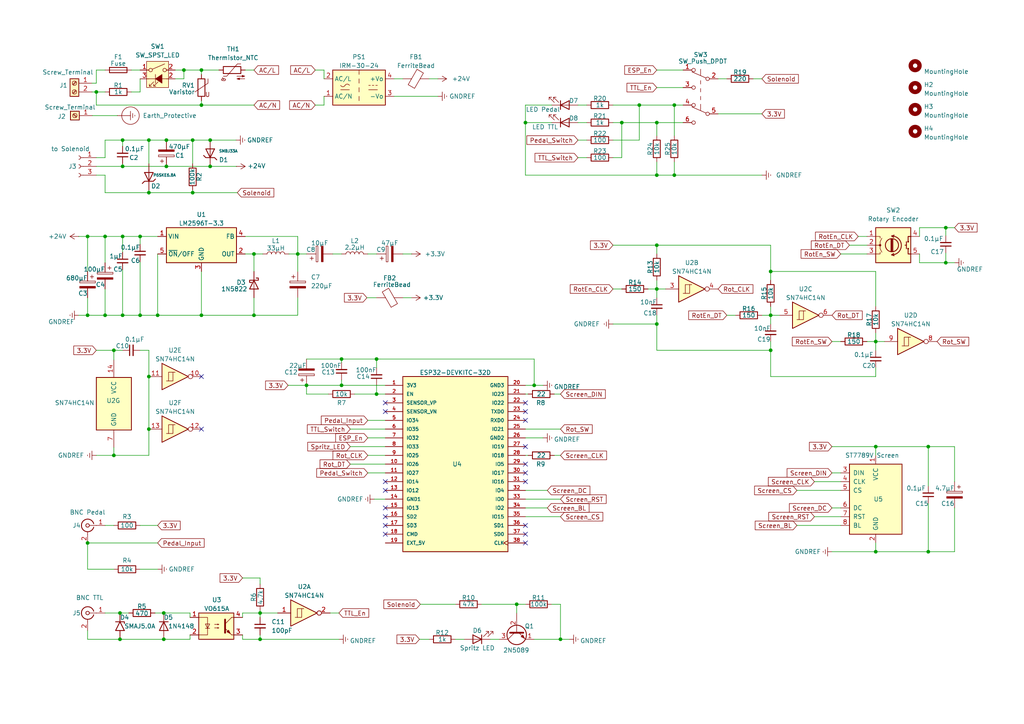
<source format=kicad_sch>
(kicad_sch (version 20250114) (generator "eeschema") (generator_version "9.0")
  (paper "A4")
  (junction (at 223.52 101.6))
  (junction (at 60.96 40.64))
  (junction (at 149.86 175.26))
  (junction (at 35.56 40.64))
  (junction (at 254 129.54))
  (junction (at 190.5 83.82))
  (junction (at 274.32 66.04))
  (junction (at 25.4 91.44))
  (junction (at 195.58 50.8))
  (junction (at 30.48 91.44))
  (junction (at 33.02 132.08))
  (junction (at 75.438 185.42))
  (junction (at 30.48 68.58))
  (junction (at 48.26 48.26))
  (junction (at 35.56 48.26))
  (junction (at 43.18 55.88))
  (junction (at 73.66 73.66))
  (junction (at 223.52 91.44))
  (junction (at 86.36 73.66))
  (junction (at 152.4 35.56))
  (junction (at 109.22 114.3))
  (junction (at 43.18 109.22))
  (junction (at 109.22 104.14))
  (junction (at 55.88 40.64))
  (junction (at 27.94 26.67))
  (junction (at 162.56 185.42))
  (junction (at 73.66 91.44))
  (junction (at 34.798 185.42))
  (junction (at 180.34 35.56))
  (junction (at 254 99.06))
  (junction (at 35.56 68.58))
  (junction (at 33.02 101.6))
  (junction (at 269.24 129.54))
  (junction (at 40.64 91.44))
  (junction (at 254 160.02))
  (junction (at 190.5 71.12))
  (junction (at 190.5 93.98))
  (junction (at 99.06 111.76))
  (junction (at 47.498 185.42))
  (junction (at 60.96 48.26))
  (junction (at 190.5 50.8))
  (junction (at 269.24 160.02))
  (junction (at 58.42 91.44))
  (junction (at 154.94 111.76))
  (junction (at 75.438 177.8))
  (junction (at 53.34 20.32))
  (junction (at 99.06 104.14))
  (junction (at 48.26 40.64))
  (junction (at 58.42 30.48))
  (junction (at 25.4 68.58))
  (junction (at 55.88 55.88))
  (junction (at 34.798 177.8))
  (junction (at 25.4 157.48))
  (junction (at 185.42 30.48))
  (junction (at 88.9 111.76))
  (junction (at 58.42 20.32))
  (junction (at 43.18 124.46))
  (junction (at 190.5 35.56))
  (junction (at 35.56 91.44))
  (junction (at 45.72 91.44))
  (junction (at 195.58 30.48))
  (junction (at 43.18 40.64))
  (junction (at 40.64 68.58))
  (junction (at 274.32 76.2))
  (junction (at 223.52 78.74))
  (junction (at 47.498 177.8))
  (no_connect (at 111.76 119.38))
  (no_connect (at 152.4 121.92))
  (no_connect (at 111.76 147.32))
  (no_connect (at 152.4 134.62))
  (no_connect (at 152.4 137.16))
  (no_connect (at 152.4 157.48))
  (no_connect (at 111.76 139.7))
  (no_connect (at 111.76 116.84))
  (no_connect (at 152.4 152.4))
  (no_connect (at 152.4 139.7))
  (no_connect (at 111.76 149.86))
  (no_connect (at 152.4 129.54))
  (no_connect (at 58.42 124.46))
  (no_connect (at 111.76 154.94))
  (no_connect (at 111.76 152.4))
  (no_connect (at 111.76 142.24))
  (no_connect (at 152.4 116.84))
  (no_connect (at 152.4 154.94))
  (no_connect (at 152.4 119.38))
  (no_connect (at 58.42 109.22))
  (wire (pts (xy 243.84 99.06) (xy 241.3 99.06)))
  (wire (pts (xy 58.42 21.59) (xy 58.42 20.32)))
  (wire (pts (xy 106.68 121.92) (xy 111.76 121.92)))
  (wire (pts (xy 220.98 91.44) (xy 223.52 91.44)))
  (wire (pts (xy 88.9 111.76) (xy 88.9 114.3)))
  (wire (pts (xy 99.06 105.156) (xy 99.06 104.14)))
  (wire (pts (xy 30.48 68.58) (xy 35.56 68.58)))
  (wire (pts (xy 254 106.68) (xy 254 109.22)))
  (wire (pts (xy 30.48 177.8) (xy 34.798 177.8)))
  (wire (pts (xy 266.7 76.2) (xy 274.32 76.2)))
  (wire (pts (xy 30.48 50.8) (xy 27.94 50.8)))
  (wire (pts (xy 241.3 129.54) (xy 254 129.54)))
  (wire (pts (xy 106.68 127) (xy 111.76 127)))
  (wire (pts (xy 254 101.6) (xy 254 99.06)))
  (wire (pts (xy 30.48 83.82) (xy 30.48 91.44)))
  (wire (pts (xy 75.438 177.8) (xy 70.358 177.8)))
  (wire (pts (xy 190.5 39.37) (xy 190.5 35.56)))
  (wire (pts (xy 241.3 147.32) (xy 243.84 147.32)))
  (wire (pts (xy 195.58 46.99) (xy 195.58 50.8)))
  (wire (pts (xy 269.24 160.02) (xy 269.24 146.05)))
  (wire (pts (xy 220.98 22.86) (xy 218.44 22.86)))
  (wire (pts (xy 223.52 93.98) (xy 223.52 91.44)))
  (wire (pts (xy 47.498 177.8) (xy 55.118 177.8)))
  (wire (pts (xy 43.18 101.6) (xy 43.18 109.22)))
  (wire (pts (xy 68.834 55.88) (xy 55.88 55.88)))
  (wire (pts (xy 109.22 73.66) (xy 106.68 73.66)))
  (wire (pts (xy 167.64 40.64) (xy 170.18 40.64)))
  (wire (pts (xy 152.4 35.56) (xy 160.02 35.56)))
  (wire (pts (xy 127 22.86) (xy 124.46 22.86)))
  (wire (pts (xy 40.64 26.67) (xy 38.1 26.67)))
  (wire (pts (xy 162.56 185.42) (xy 165.1 185.42)))
  (wire (pts (xy 190.5 25.4) (xy 198.12 25.4)))
  (wire (pts (xy 40.64 20.32) (xy 38.1 20.32)))
  (wire (pts (xy 160.02 175.26) (xy 162.56 175.26)))
  (wire (pts (xy 33.02 101.6) (xy 33.02 104.394)))
  (wire (pts (xy 114.3 27.94) (xy 127 27.94)))
  (wire (pts (xy 116.84 22.86) (xy 114.3 22.86)))
  (wire (pts (xy 27.94 30.48) (xy 27.94 26.67)))
  (wire (pts (xy 152.4 50.8) (xy 190.5 50.8)))
  (wire (pts (xy 190.5 86.36) (xy 190.5 83.82)))
  (wire (pts (xy 33.02 101.6) (xy 35.56 101.6)))
  (wire (pts (xy 53.34 20.32) (xy 58.42 20.32)))
  (wire (pts (xy 25.4 157.48) (xy 25.4 165.1)))
  (wire (pts (xy 44.958 177.8) (xy 47.498 177.8)))
  (wire (pts (xy 25.4 86.36) (xy 25.4 91.44)))
  (wire (pts (xy 274.32 76.2) (xy 274.32 73.406)))
  (wire (pts (xy 152.4 144.78) (xy 162.56 144.78)))
  (wire (pts (xy 27.94 26.67) (xy 30.48 26.67)))
  (wire (pts (xy 30.48 91.44) (xy 35.56 91.44)))
  (wire (pts (xy 93.98 30.48) (xy 93.98 27.94)))
  (wire (pts (xy 109.22 86.36) (xy 106.426 86.36)))
  (wire (pts (xy 213.36 91.44) (xy 210.82 91.44)))
  (wire (pts (xy 30.48 45.72) (xy 27.94 45.72)))
  (wire (pts (xy 152.4 30.48) (xy 152.4 35.56)))
  (wire (pts (xy 55.88 40.64) (xy 48.26 40.64)))
  (wire (pts (xy 190.5 71.12) (xy 223.52 71.12)))
  (wire (pts (xy 167.64 45.72) (xy 170.18 45.72)))
  (wire (pts (xy 99.06 111.76) (xy 111.76 111.76)))
  (wire (pts (xy 58.42 29.21) (xy 58.42 30.48)))
  (wire (pts (xy 25.4 68.58) (xy 22.86 68.58)))
  (wire (pts (xy 177.8 35.56) (xy 180.34 35.56)))
  (wire (pts (xy 276.86 129.54) (xy 276.86 139.7)))
  (wire (pts (xy 177.8 30.48) (xy 185.42 30.48)))
  (wire (pts (xy 152.4 149.86) (xy 162.56 149.86)))
  (wire (pts (xy 45.72 73.66) (xy 45.72 91.44)))
  (wire (pts (xy 35.56 40.64) (xy 30.48 40.64)))
  (wire (pts (xy 195.58 39.37) (xy 195.58 30.48)))
  (wire (pts (xy 185.42 30.48) (xy 185.42 40.64)))
  (wire (pts (xy 86.36 73.66) (xy 83.82 73.66)))
  (wire (pts (xy 60.96 40.64) (xy 55.88 40.64)))
  (wire (pts (xy 70.358 167.64) (xy 75.438 167.64)))
  (wire (pts (xy 26.797 33.528) (xy 34.036 33.528)))
  (wire (pts (xy 149.86 175.26) (xy 152.4 175.26)))
  (wire (pts (xy 88.9 104.14) (xy 99.06 104.14)))
  (wire (pts (xy 154.94 185.42) (xy 162.56 185.42)))
  (wire (pts (xy 177.8 40.64) (xy 185.42 40.64)))
  (wire (pts (xy 236.22 139.7) (xy 243.84 139.7)))
  (wire (pts (xy 25.4 68.58) (xy 25.4 78.74)))
  (wire (pts (xy 35.56 68.58) (xy 35.56 73.152)))
  (wire (pts (xy 134.62 185.42) (xy 132.08 185.42)))
  (wire (pts (xy 34.798 177.8) (xy 37.338 177.8)))
  (wire (pts (xy 223.52 78.74) (xy 223.52 81.28)))
  (wire (pts (xy 50.8 20.32) (xy 53.34 20.32)))
  (wire (pts (xy 27.94 101.6) (xy 33.02 101.6)))
  (wire (pts (xy 75.438 167.64) (xy 75.438 169.418)))
  (wire (pts (xy 208.28 33.02) (xy 220.98 33.02)))
  (wire (pts (xy 75.438 185.42) (xy 98.298 185.42)))
  (wire (pts (xy 223.52 88.9) (xy 223.52 91.44)))
  (wire (pts (xy 254 99.06) (xy 256.54 99.06)))
  (wire (pts (xy 254 129.54) (xy 254 132.08)))
  (wire (pts (xy 243.84 73.66) (xy 251.46 73.66)))
  (wire (pts (xy 68.58 48.26) (xy 60.96 48.26)))
  (wire (pts (xy 254 129.54) (xy 269.24 129.54)))
  (wire (pts (xy 75.438 177.8) (xy 80.518 177.8)))
  (wire (pts (xy 152.4 114.3) (xy 153.162 114.3)))
  (wire (pts (xy 58.42 78.74) (xy 58.42 91.44)))
  (wire (pts (xy 48.26 40.64) (xy 43.18 40.64)))
  (wire (pts (xy 266.7 66.04) (xy 274.32 66.04)))
  (wire (pts (xy 274.32 66.04) (xy 276.86 66.04)))
  (wire (pts (xy 190.5 71.12) (xy 190.5 73.66)))
  (wire (pts (xy 269.24 129.54) (xy 276.86 129.54)))
  (wire (pts (xy 50.8 22.86) (xy 53.34 22.86)))
  (wire (pts (xy 152.4 132.08) (xy 153.162 132.08)))
  (wire (pts (xy 45.72 152.4) (xy 40.64 152.4)))
  (wire (pts (xy 58.42 91.44) (xy 73.66 91.44)))
  (wire (pts (xy 276.86 160.02) (xy 276.86 147.32)))
  (wire (pts (xy 167.64 30.48) (xy 170.18 30.48)))
  (wire (pts (xy 40.64 101.6) (xy 43.18 101.6)))
  (wire (pts (xy 152.4 127) (xy 157.48 127)))
  (wire (pts (xy 73.66 86.36) (xy 73.66 91.44)))
  (wire (pts (xy 190.5 83.82) (xy 193.04 83.82)))
  (wire (pts (xy 43.18 109.22) (xy 43.18 124.46)))
  (wire (pts (xy 236.22 149.86) (xy 243.84 149.86)))
  (wire (pts (xy 160.782 114.3) (xy 162.56 114.3)))
  (wire (pts (xy 190.5 101.6) (xy 190.5 93.98)))
  (wire (pts (xy 30.48 55.88) (xy 30.48 50.8)))
  (wire (pts (xy 25.4 165.1) (xy 33.02 165.1)))
  (wire (pts (xy 70.358 185.42) (xy 75.438 185.42)))
  (wire (pts (xy 109.22 114.3) (xy 111.76 114.3)))
  (wire (pts (xy 241.3 137.16) (xy 243.84 137.16)))
  (wire (pts (xy 223.52 78.74) (xy 254 78.74)))
  (wire (pts (xy 190.5 93.98) (xy 190.5 91.44)))
  (wire (pts (xy 144.78 185.42) (xy 142.24 185.42)))
  (wire (pts (xy 86.36 73.66) (xy 86.36 78.74)))
  (wire (pts (xy 35.56 91.44) (xy 40.64 91.44)))
  (wire (pts (xy 45.72 91.44) (xy 58.42 91.44)))
  (wire (pts (xy 40.64 68.58) (xy 45.72 68.58)))
  (wire (pts (xy 43.18 40.64) (xy 35.56 40.64)))
  (wire (pts (xy 177.8 71.12) (xy 190.5 71.12)))
  (wire (pts (xy 30.48 20.32) (xy 27.94 20.32)))
  (wire (pts (xy 43.18 55.88) (xy 43.18 55.118)))
  (wire (pts (xy 162.56 175.26) (xy 162.56 185.42)))
  (wire (pts (xy 70.358 184.15) (xy 70.358 185.42)))
  (wire (pts (xy 152.4 147.32) (xy 158.75 147.32)))
  (wire (pts (xy 180.34 35.56) (xy 180.34 45.72)))
  (wire (pts (xy 27.94 20.32) (xy 27.94 24.13)))
  (wire (pts (xy 75.438 177.038) (xy 75.438 177.8)))
  (wire (pts (xy 220.98 50.8) (xy 195.58 50.8)))
  (wire (pts (xy 71.12 20.32) (xy 73.66 20.32)))
  (wire (pts (xy 88.9 73.66) (xy 86.36 73.66)))
  (wire (pts (xy 152.4 35.56) (xy 152.4 50.8)))
  (wire (pts (xy 86.36 68.58) (xy 86.36 73.66)))
  (wire (pts (xy 58.42 30.48) (xy 73.66 30.48)))
  (wire (pts (xy 254 78.74) (xy 254 88.9)))
  (wire (pts (xy 88.9 111.76) (xy 83.566 111.76)))
  (wire (pts (xy 71.12 68.58) (xy 86.36 68.58)))
  (wire (pts (xy 73.66 73.66) (xy 73.66 78.74)))
  (wire (pts (xy 167.64 35.56) (xy 170.18 35.56)))
  (wire (pts (xy 43.18 55.88) (xy 30.48 55.88)))
  (wire (pts (xy 274.32 76.2) (xy 276.86 76.2)))
  (wire (pts (xy 223.52 99.06) (xy 223.52 101.6)))
  (wire (pts (xy 108.585 144.78) (xy 111.76 144.78)))
  (wire (pts (xy 91.44 20.32) (xy 93.98 20.32)))
  (wire (pts (xy 152.4 30.48) (xy 160.02 30.48)))
  (wire (pts (xy 33.02 152.4) (xy 30.48 152.4)))
  (wire (pts (xy 195.58 30.48) (xy 198.12 30.48)))
  (wire (pts (xy 154.94 104.14) (xy 154.94 111.76)))
  (wire (pts (xy 109.22 104.14) (xy 154.94 104.14)))
  (wire (pts (xy 101.6 124.46) (xy 111.76 124.46)))
  (wire (pts (xy 119.38 73.66) (xy 116.84 73.66)))
  (wire (pts (xy 99.06 104.14) (xy 109.22 104.14)))
  (wire (pts (xy 190.5 35.56) (xy 198.12 35.56)))
  (wire (pts (xy 109.22 111.76) (xy 109.22 114.3)))
  (wire (pts (xy 254 96.52) (xy 254 99.06)))
  (wire (pts (xy 208.28 22.86) (xy 210.82 22.86)))
  (wire (pts (xy 91.44 30.48) (xy 93.98 30.48)))
  (wire (pts (xy 55.118 179.07) (xy 55.118 177.8)))
  (wire (pts (xy 190.5 20.32) (xy 198.12 20.32)))
  (wire (pts (xy 152.4 124.46) (xy 162.56 124.46)))
  (wire (pts (xy 223.52 71.12) (xy 223.52 78.74)))
  (wire (pts (xy 180.34 83.82) (xy 177.8 83.82)))
  (wire (pts (xy 266.7 66.04) (xy 266.7 68.58)))
  (wire (pts (xy 190.5 50.8) (xy 195.58 50.8)))
  (wire (pts (xy 43.18 47.498) (xy 43.18 40.64)))
  (wire (pts (xy 231.14 152.4) (xy 243.84 152.4)))
  (wire (pts (xy 152.4 142.24) (xy 158.75 142.24)))
  (wire (pts (xy 60.96 48.26) (xy 48.26 48.26)))
  (wire (pts (xy 25.4 91.44) (xy 30.48 91.44)))
  (wire (pts (xy 27.94 24.13) (xy 26.67 24.13)))
  (wire (pts (xy 190.5 46.99) (xy 190.5 50.8)))
  (wire (pts (xy 71.12 73.66) (xy 73.66 73.66)))
  (wire (pts (xy 99.06 110.236) (xy 99.06 111.76)))
  (wire (pts (xy 25.4 68.58) (xy 30.48 68.58)))
  (wire (pts (xy 101.6 129.54) (xy 111.76 129.54)))
  (wire (pts (xy 22.86 91.44) (xy 25.4 91.44)))
  (wire (pts (xy 254 160.02) (xy 269.24 160.02)))
  (wire (pts (xy 185.42 30.48) (xy 195.58 30.48)))
  (wire (pts (xy 25.4 182.88) (xy 25.4 185.42)))
  (wire (pts (xy 177.8 45.72) (xy 180.34 45.72)))
  (wire (pts (xy 86.36 91.44) (xy 73.66 91.44)))
  (wire (pts (xy 33.02 129.794) (xy 33.02 132.08)))
  (wire (pts (xy 75.438 184.15) (xy 75.438 185.42)))
  (wire (pts (xy 96.52 73.66) (xy 99.06 73.66)))
  (wire (pts (xy 53.34 22.86) (xy 53.34 20.32)))
  (wire (pts (xy 95.758 177.8) (xy 98.298 177.8)))
  (wire (pts (xy 132.08 175.26) (xy 121.92 175.26)))
  (wire (pts (xy 266.7 76.2) (xy 266.7 73.66)))
  (wire (pts (xy 68.453 40.64) (xy 60.96 40.64)))
  (wire (pts (xy 75.438 177.8) (xy 75.438 179.07)))
  (wire (pts (xy 26.67 26.67) (xy 27.94 26.67)))
  (wire (pts (xy 269.24 160.02) (xy 276.86 160.02)))
  (wire (pts (xy 47.498 185.42) (xy 55.118 185.42)))
  (wire (pts (xy 251.46 99.06) (xy 254 99.06)))
  (wire (pts (xy 30.48 40.64) (xy 30.48 45.72)))
  (wire (pts (xy 190.5 81.28) (xy 190.5 83.82)))
  (wire (pts (xy 73.66 73.66) (xy 76.2 73.66)))
  (wire (pts (xy 248.92 68.58) (xy 251.46 68.58)))
  (wire (pts (xy 139.7 175.26) (xy 149.86 175.26)))
  (wire (pts (xy 27.94 132.08) (xy 33.02 132.08)))
  (wire (pts (xy 101.6 134.62) (xy 111.76 134.62)))
  (wire (pts (xy 241.3 160.02) (xy 254 160.02)))
  (wire (pts (xy 25.4 185.42) (xy 34.798 185.42)))
  (wire (pts (xy 30.48 68.58) (xy 30.48 76.2)))
  (wire (pts (xy 55.88 47.498) (xy 55.88 40.64)))
  (wire (pts (xy 88.9 111.76) (xy 99.06 111.76)))
  (wire (pts (xy 27.94 30.48) (xy 58.42 30.48)))
  (wire (pts (xy 88.9 114.3) (xy 95.25 114.3)))
  (wire (pts (xy 55.88 55.88) (xy 55.88 55.118)))
  (wire (pts (xy 149.86 175.26) (xy 149.86 177.8)))
  (wire (pts (xy 34.798 185.42) (xy 47.498 185.42)))
  (wire (pts (xy 35.56 48.26) (xy 27.94 48.26)))
  (wire (pts (xy 180.34 35.56) (xy 190.5 35.56)))
  (wire (pts (xy 102.87 114.3) (xy 109.22 114.3)))
  (wire (pts (xy 43.18 124.46) (xy 43.18 132.08)))
  (wire (pts (xy 35.56 68.58) (xy 40.64 68.58)))
  (wire (pts (xy 106.68 132.08) (xy 111.76 132.08)))
  (wire (pts (xy 246.38 71.12) (xy 251.46 71.12)))
  (wire (pts (xy 269.24 129.54) (xy 269.24 140.97)))
  (wire (pts (xy 254 157.48) (xy 254 160.02)))
  (wire (pts (xy 154.94 111.76) (xy 157.48 111.76)))
  (wire (pts (xy 254 109.22) (xy 223.52 109.22)))
  (wire (pts (xy 40.64 75.946) (xy 40.64 91.44)))
  (wire (pts (xy 58.42 20.32) (xy 63.5 20.32)))
  (wire (pts (xy 223.52 91.44) (xy 226.06 91.44)))
  (wire (pts (xy 35.56 78.232) (xy 35.56 91.44)))
  (wire (pts (xy 109.22 106.68) (xy 109.22 104.14)))
  (wire (pts (xy 223.52 101.6) (xy 223.52 109.22)))
  (wire (pts (xy 45.72 157.48) (xy 25.4 157.48)))
  (wire (pts (xy 231.14 142.24) (xy 243.84 142.24)))
  (wire (pts (xy 55.88 55.88) (xy 43.18 55.88)))
  (wire (pts (xy 40.64 91.44) (xy 45.72 91.44)))
  (wire (pts (xy 48.26 48.26) (xy 35.56 48.26)))
  (wire (pts (xy 152.4 111.76) (xy 154.94 111.76)))
  (wire (pts (xy 124.46 185.42) (xy 121.666 185.42)))
  (wire (pts (xy 40.64 165.1) (xy 45.72 165.1)))
  (wire (pts (xy 55.118 185.42) (xy 55.118 184.15)))
  (wire (pts (xy 274.32 66.04) (xy 274.32 68.326)))
  (wire (pts (xy 33.02 132.08) (xy 43.18 132.08)))
  (wire (pts (xy 223.52 101.6) (xy 190.5 101.6)))
  (wire (pts (xy 40.64 68.58) (xy 40.64 70.866)))
  (wire (pts (xy 93.98 20.32) (xy 93.98 22.86)))
  (wire (pts (xy 70.358 177.8) (xy 70.358 179.07)))
  (wire (pts (xy 35.56 48.26) (xy 35.56 47.498)))
  (wire (pts (xy 40.64 22.86) (xy 40.64 26.67)))
  (wire (pts (xy 119.38 86.36) (xy 116.84 86.36)))
  (wire (pts (xy 177.8 93.98) (xy 190.5 93.98)))
  (wire (pts (xy 187.96 83.82) (xy 190.5 83.82)))
  (wire (pts (xy 160.782 132.08) (xy 162.56 132.08)))
  (wire (pts (xy 86.36 86.36) (xy 86.36 91.44)))
  (wire (pts (xy 106.68 137.16) (xy 111.76 137.16)))
  (wire (pts (xy 35.56 42.418) (xy 35.56 40.64)))
  (global_label "AC{slash}N" (shape input) (at 91.44 30.48 180) (property "Intersheetrefs" "${INTERSHEET_REFS}" (effects (hide yes))))
  (global_label "Pedal_Input" (shape input) (at 45.72 157.48 0) (property "Intersheetrefs" "${INTERSHEET_REFS}" (effects (hide yes))))
  (global_label "RotEn_SW" (shape input) (at 243.84 73.66 180) (property "Intersheetrefs" "${INTERSHEET_REFS}" (effects (hide yes))))
  (global_label "Screen_BL" (shape input) (at 158.75 147.32 0) (property "Intersheetrefs" "${INTERSHEET_REFS}" (effects (hide yes))))
  (global_label "Pedal_Switch" (shape input) (at 106.68 137.16 180) (property "Intersheetrefs" "${INTERSHEET_REFS}" (effects (hide yes))))
  (global_label "Rot_CLK" (shape input) (at 106.68 132.08 180) (property "Intersheetrefs" "${INTERSHEET_REFS}" (effects (hide yes))))
  (global_label "3.3V" (shape input) (at 70.358 167.64 180) (property "Intersheetrefs" "${INTERSHEET_REFS}" (effects (hide yes))))
  (global_label "3.3V" (shape input) (at 106.426 86.36 180) (property "Intersheetrefs" "${INTERSHEET_REFS}" (effects (hide yes))))
  (global_label "Spritz_LED" (shape input) (at 101.6 129.54 180) (property "Intersheetrefs" "${INTERSHEET_REFS}" (effects (hide yes))))
  (global_label "Screen_RST" (shape input) (at 162.56 144.78 0) (property "Intersheetrefs" "${INTERSHEET_REFS}" (effects (hide yes))))
  (global_label "TTL_Switch" (shape input) (at 167.64 45.72 180) (property "Intersheetrefs" "${INTERSHEET_REFS}" (effects (hide yes))))
  (global_label "Screen_BL" (shape input) (at 231.14 152.4 180) (property "Intersheetrefs" "${INTERSHEET_REFS}" (effects (hide yes))))
  (global_label "ESP_En" (shape input) (at 106.68 127 180) (property "Intersheetrefs" "${INTERSHEET_REFS}" (effects (hide yes))))
  (global_label "RotEn_DT" (shape input) (at 246.38 71.12 180) (property "Intersheetrefs" "${INTERSHEET_REFS}" (effects (hide yes))))
  (global_label "TTL_En" (shape input) (at 190.5 25.4 180) (property "Intersheetrefs" "${INTERSHEET_REFS}" (effects (hide yes))))
  (global_label "TTL_Switch" (shape input) (at 101.6 124.46 180) (property "Intersheetrefs" "${INTERSHEET_REFS}" (effects (hide yes))))
  (global_label "Screen_DIN" (shape input) (at 162.56 114.3 0) (property "Intersheetrefs" "${INTERSHEET_REFS}" (effects (hide yes))))
  (global_label "Rot_DT" (shape input) (at 101.6 134.62 180) (property "Intersheetrefs" "${INTERSHEET_REFS}" (effects (hide yes))))
  (global_label "RotEn_SW" (shape input) (at 241.3 99.06 180) (property "Intersheetrefs" "${INTERSHEET_REFS}" (effects (hide yes))))
  (global_label "Screen_DC" (shape input) (at 158.75 142.24 0) (property "Intersheetrefs" "${INTERSHEET_REFS}" (effects (hide yes))))
  (global_label "3.3V" (shape input) (at 241.3 129.54 180) (property "Intersheetrefs" "${INTERSHEET_REFS}" (effects (hide yes))))
  (global_label "Solenoid" (shape input) (at 220.98 22.86 0) (property "Intersheetrefs" "${INTERSHEET_REFS}" (effects (hide yes))))
  (global_label "Screen_DIN" (shape input) (at 241.3 137.16 180) (property "Intersheetrefs" "${INTERSHEET_REFS}" (effects (hide yes))))
  (global_label "AC{slash}N" (shape input) (at 73.66 30.48 0) (property "Intersheetrefs" "${INTERSHEET_REFS}" (effects (hide yes))))
  (global_label "3.3V" (shape input) (at 220.98 33.02 0) (property "Intersheetrefs" "${INTERSHEET_REFS}" (effects (hide yes))))
  (global_label "TTL_En" (shape input) (at 98.298 177.8 0) (property "Intersheetrefs" "${INTERSHEET_REFS}" (effects (hide yes))))
  (global_label "3.3V" (shape input) (at 45.72 152.4 0) (property "Intersheetrefs" "${INTERSHEET_REFS}" (effects (hide yes))))
  (global_label "3.3V" (shape input) (at 121.666 185.42 180) (property "Intersheetrefs" "${INTERSHEET_REFS}" (effects (hide yes))))
  (global_label "AC{slash}L" (shape input) (at 73.66 20.32 0) (property "Intersheetrefs" "${INTERSHEET_REFS}" (effects (hide yes))))
  (global_label "3.3V" (shape input) (at 276.86 66.04 0) (property "Intersheetrefs" "${INTERSHEET_REFS}" (effects (hide yes))))
  (global_label "Rot_DT" (shape input) (at 241.3 91.44 0) (property "Intersheetrefs" "${INTERSHEET_REFS}" (effects (hide yes))))
  (global_label "Screen_DC" (shape input) (at 241.3 147.32 180) (property "Intersheetrefs" "${INTERSHEET_REFS}" (effects (hide yes))))
  (global_label "Rot_SW" (shape input) (at 271.78 99.06 0) (property "Intersheetrefs" "${INTERSHEET_REFS}" (effects (hide yes))))
  (global_label "RotEn_CLK" (shape input) (at 177.8 83.82 180) (property "Intersheetrefs" "${INTERSHEET_REFS}" (effects (hide yes))))
  (global_label "Pedal_Switch" (shape input) (at 167.64 40.64 180) (property "Intersheetrefs" "${INTERSHEET_REFS}" (effects (hide yes))))
  (global_label "3.3V" (shape input) (at 177.8 71.12 180) (property "Intersheetrefs" "${INTERSHEET_REFS}" (effects (hide yes))))
  (global_label "ESP_En" (shape input) (at 190.5 20.32 180) (property "Intersheetrefs" "${INTERSHEET_REFS}" (effects (hide yes))))
  (global_label "Solenoid" (shape input) (at 121.92 175.26 180) (property "Intersheetrefs" "${INTERSHEET_REFS}" (effects (hide yes))))
  (global_label "Rot_CLK" (shape input) (at 208.28 83.82 0) (property "Intersheetrefs" "${INTERSHEET_REFS}" (effects (hide yes))))
  (global_label "Screen_CLK" (shape input) (at 162.56 132.08 0) (property "Intersheetrefs" "${INTERSHEET_REFS}" (effects (hide yes))))
  (global_label "Screen_CLK" (shape input) (at 236.22 139.7 180) (property "Intersheetrefs" "${INTERSHEET_REFS}" (effects (hide yes))))
  (global_label "Pedal_Input" (shape input) (at 106.68 121.92 180) (property "Intersheetrefs" "${INTERSHEET_REFS}" (effects (hide yes))))
  (global_label "Screen_CS" (shape input) (at 231.14 142.24 180) (property "Intersheetrefs" "${INTERSHEET_REFS}" (effects (hide yes))))
  (global_label "RotEn_DT" (shape input) (at 210.82 91.44 180) (property "Intersheetrefs" "${INTERSHEET_REFS}" (effects (hide yes))))
  (global_label "3.3V" (shape input) (at 27.94 101.6 180) (property "Intersheetrefs" "${INTERSHEET_REFS}" (effects (hide yes))))
  (global_label "Solenoid" (shape input) (at 68.834 55.88 0) (property "Intersheetrefs" "${INTERSHEET_REFS}" (effects (hide yes))))
  (global_label "RotEn_CLK" (shape input) (at 248.92 68.58 180) (property "Intersheetrefs" "${INTERSHEET_REFS}" (effects (hide yes))))
  (global_label "Screen_CS" (shape input) (at 162.56 149.86 0) (property "Intersheetrefs" "${INTERSHEET_REFS}" (effects (hide yes))))
  (global_label "3.3V" (shape input) (at 83.566 111.76 180) (property "Intersheetrefs" "${INTERSHEET_REFS}" (effects (hide yes))))
  (global_label "AC{slash}L" (shape input) (at 91.44 20.32 180) (property "Intersheetrefs" "${INTERSHEET_REFS}" (effects (hide yes))))
  (global_label "Screen_RST" (shape input) (at 236.22 149.86 180) (property "Intersheetrefs" "${INTERSHEET_REFS}" (effects (hide yes))))
  (global_label "Rot_SW" (shape input) (at 162.56 124.46 0) (property "Intersheetrefs" "${INTERSHEET_REFS}" (effects (hide yes))))
  (symbol (lib_name "GNDREF_4") (lib_id "power:GNDREF") (at 177.8 93.98 270) (unit 1)
    (property "Reference" "#PWR018" (effects (hide yes)))
    (property "Value" "GNDREF" (at 173.99 93.9799 90) (effects (justify right)))
  )
  (symbol (lib_id "Connector:Conn_Coaxial") (at 25.4 177.8 0) (mirror y) (unit 1)
    (property "Reference" "J5" (at 22.225 177.8 0))
    (property "Value" "BNC TTL" (at 26.035 173.355 0))
    (property "Footprint" "Maxime:BNC_Socket_TYCO-AMP_LargePads" (effects (hide yes)))
  )
  (symbol (lib_id "Device:L") (at 80.01 73.66 90) (unit 1)
    (property "Reference" "L1" (at 80.01 69.85 90))
    (property "Value" "33μH" (at 80.01 71.9891 90))
    (property "Footprint" "Inductor_THT:L_Radial_D6.0mm_P4.00mm" (effects (hide yes)))
  )
  (symbol (lib_id "Device:C_Small") (at 99.06 107.696 0) (mirror x) (unit 1)
    (property "Reference" "C13" (at 97.155 107.95 0) (effects (justify right)))
    (property "Value" "100nF" (at 99.06 106.045 0) (effects (justify right)))
    (property "Footprint" "Capacitor_THT:C_Disc_D4.7mm_W2.5mm_P5.00mm" (effects (hide yes)))
    (property "Description" "Unpolarized capacitor, small symbol" (effects (hide yes)))
  )
  (symbol (lib_id "Mechanical:MountingHole") (at 265.43 19.05 0) (unit 1)
    (property "Reference" "H1" (effects (hide yes)))
    (property "Value" "MountingHole" (at 267.97 20.7522 0) (effects (justify left)))
    (property "Footprint" "MountingHole:MountingHole_3mm" (effects (hide yes)))
  )
  (symbol (lib_name "GNDREF_10") (lib_id "power:GNDREF") (at 157.48 111.76 90) (unit 1)
    (property "Reference" "#PWR011" (effects (hide yes)))
    (property "Value" "GNDREF" (at 160.655 112.1938 90) (effects (justify right)))
  )
  (symbol (lib_name "GNDREF_9") (lib_id "power:GNDREF") (at 22.86 91.44 270) (unit 1)
    (property "Reference" "#PWR02" (effects (hide yes)))
    (property "Value" "GNDREF" (at 21.59 93.345 90) (effects (justify right)))
  )
  (symbol (lib_id "Device:R") (at 128.27 185.42 270) (unit 1)
    (property "Reference" "R12" (at 128.27 183.515 90))
    (property "Value" "1k" (at 128.27 185.42 90))
    (property "Footprint" "Resistor_THT:R_Axial_DIN0309_L9.0mm_D3.2mm_P15.24mm_Horizontal" (effects (hide yes)))
  )
  (symbol (lib_id "Display_Graphic:ST7789V Controller") (at 254 144.78 0) (unit 1)
    (property "Reference" "U5" (at 253.365 144.78 0) (effects (justify left)))
    (property "Value" "ST7789V Screen" (at 245.11 132.08 0) (effects (justify left)))
    (property "Footprint" "Connector_JST:JST_XH_B8B-XH-A_1x08_P2.50mm_Vertical" (effects (hide yes)))
  )
  (symbol (lib_id "power:+3.3V") (at 119.38 86.36 270) (mirror x) (unit 1)
    (property "Reference" "#PWR032" (effects (hide yes)))
    (property "Value" "+3.3V" (at 122.682 86.3599 90) (effects (justify left)))
    (property "Description" "Power symbol creates a global label with name \"+3.3V\"" (effects (hide yes)))
  )
  (symbol (lib_name "GNDREF_12") (lib_id "power:GNDREF") (at 68.453 40.64 90) (unit 1)
    (property "Reference" "#PWR014" (effects (hide yes)))
    (property "Value" "GNDREF" (at 79.248 40.64 90) (effects (justify left)))
  )
  (symbol (lib_id "Device:C_Small") (at 190.5 88.9 0) (unit 1)
    (property "Reference" "C18" (at 190.5 90.805 0) (effects (justify right)))
    (property "Value" "10nF" (at 190.5 87.63 0) (effects (justify right)))
    (property "Footprint" "Capacitor_THT:C_Disc_D4.7mm_W2.5mm_P5.00mm" (effects (hide yes)))
    (property "Description" "Unpolarized capacitor, small symbol" (effects (hide yes)))
  )
  (symbol (lib_id "Device:R") (at 99.06 114.3 90) (mirror x) (unit 1)
    (property "Reference" "R7" (at 99.06 116.84 90))
    (property "Value" "10k" (at 99.06 114.3 90))
    (property "Footprint" "Resistor_THT:R_Axial_DIN0309_L9.0mm_D3.2mm_P15.24mm_Horizontal" (effects (hide yes)))
  )
  (symbol (lib_id "Device:LED") (at 163.83 35.56 0) (mirror x) (unit 1)
    (property "Reference" "D8" (at 166.37 34.29 0))
    (property "Value" "LED TTL" (at 158.115 36.83 0))
    (property "Footprint" "LED_THT:LED_D3.0mm" (effects (hide yes)))
  )
  (symbol (lib_id "power:+24V") (at 68.58 48.26 270) (unit 1)
    (property "Reference" "#PWR013" (effects (hide yes)))
    (property "Value" "+24V" (at 71.755 48.133 90) (effects (justify left)))
    (property "Description" "Power symbol creates a global label with name \"+24V\"" (effects (hide yes)))
  )
  (symbol (lib_name "MountingHole_3") (lib_id "Mechanical:MountingHole") (at 265.43 25.4 0) (unit 1)
    (property "Reference" "H2" (at 267.97 24.5653 0) (effects (justify left)))
    (property "Value" "MountingHole" (at 267.97 27.1022 0) (effects (justify left)))
    (property "Footprint" "MountingHole:MountingHole_3mm" (effects (hide yes)))
  )
  (symbol (lib_name "GNDREF_7") (lib_id "power:GNDREF") (at 127 27.94 90) (unit 1)
    (property "Reference" "#PWR09" (effects (hide yes)))
    (property "Value" "GNDREF" (at 130.302 27.9399 90) (effects (justify right)))
  )
  (symbol (lib_id "Connector:Conn_01x03_Female") (at 22.86 48.26 0) (mirror y) (unit 1)
    (property "Reference" "J3" (at 22.225 48.26 0) (effects (justify left)))
    (property "Value" "to Solenoid" (at 26.035 43.18 0) (effects (justify left)))
    (property "Footprint" "Connector_JST:JST_XH_B3B-XH-A_1x03_P2.50mm_Vertical" (effects (hide yes)))
  )
  (symbol (lib_id "Device:R") (at 214.63 22.86 90) (unit 1)
    (property "Reference" "R19" (at 214.63 20.955 90))
    (property "Value" "220" (at 214.63 22.86 90))
    (property "Footprint" "Resistor_THT:R_Axial_DIN0309_L9.0mm_D3.2mm_P15.24mm_Horizontal" (effects (hide yes)))
  )
  (symbol (lib_id "Connector:Screw_Terminal_01x02") (at 21.59 24.13 0) (mirror y) (unit 1)
    (property "Reference" "J1" (at 18.415 24.765 0))
    (property "Value" "Screw_Terminal" (at 19.685 20.955 0))
    (property "Footprint" "TerminalBlock_Phoenix:TerminalBlock_Phoenix_MKDS-1,5-2-5.08_1x02_P5.08mm_Horizontal" (effects (hide yes)))
    (property "Description" "Generic screw terminal, single row, 01x02, script generated (kicad-library-utils/schlib/autogen/connector/)" (effects (hide yes)))
  )
  (symbol (lib_id "Device:R") (at 135.89 175.26 270) (unit 1)
    (property "Reference" "R10" (at 135.89 173.355 90))
    (property "Value" "47k" (at 135.89 175.26 90))
    (property "Footprint" "Resistor_THT:R_Axial_DIN0309_L9.0mm_D3.2mm_P15.24mm_Horizontal" (effects (hide yes)))
  )
  (symbol (lib_id "Device:C_Small") (at 35.56 44.958 0) (mirror x) (unit 1)
    (property "Reference" "C2" (at 37.465 45.72 0) (effects (justify left)))
    (property "Value" "0.1μF" (at 36.195 43.18 0) (effects (justify left)))
    (property "Footprint" "Capacitor_THT:C_Disc_D4.7mm_W2.5mm_P5.00mm" (effects (hide yes)))
    (property "Description" "Unpolarized capacitor, small symbol" (effects (hide yes)))
  )
  (symbol (lib_id "Device:C_Polarized") (at 30.48 80.01 0) (mirror y) (unit 1)
    (property "Reference" "C4" (at 30.48 82.55 0) (effects (justify left)))
    (property "Value" "100μF" (at 30.48 78.105 0) (effects (justify left)))
    (property "Footprint" "Capacitor_THT:CP_Radial_D6.3mm_P2.50mm" (effects (hide yes)))
  )
  (symbol (lib_id "Device:FerriteBead") (at 120.65 22.86 90) (unit 1)
    (property "Reference" "FB1" (at 120.65 16.51 90))
    (property "Value" "FerriteBead" (at 120.65 19.05 90))
    (property "Footprint" "Diode_THT:D_5W_P12.70mm_Horizontal" (effects (hide yes)))
    (property "Description" "Ferrite bead" (effects (hide yes)))
  )
  (symbol (lib_id "Device:C_Small") (at 269.24 143.51 0) (mirror x) (unit 1)
    (property "Reference" "C15" (at 265.43 146.05 0) (effects (justify left)))
    (property "Value" "0.1μF" (at 262.89 141.605 0) (effects (justify left)))
    (property "Footprint" "Capacitor_THT:C_Disc_D4.7mm_W2.5mm_P5.00mm" (effects (hide yes)))
    (property "Description" "Unpolarized capacitor, small symbol" (effects (hide yes)))
  )
  (symbol (lib_id "PCM_JLCPCB-Diodes:TVS-Uni,SMBJ33A") (at 60.96 44.45 0) (mirror y) (unit 1)
    (property "Reference" "D1" (at 63.5 46.355 0) (effects (justify right)))
    (property "Value" "SMBJ33A" (at 63.5 43.815 0) (effects (font (size 0.8 0.8)) (justify right)))
    (property "Footprint" "PCM_JLCPCB:D_SMB" (effects (hide yes)))
    (property "Datasheet" "https://wmsc.lcsc.com/wmsc/upload/file/pdf/v2/lcsc/2312280935_hongjiacheng-SMBJ33A_C19077586.pdf" (effects (hide yes)))
    (property "Description" "11.26A 600W 53.3V 36.7V Unidirectional 33V SMB ESD and Surge Protection (TVS/ESD) ROHS" (effects (hide yes)))
    (property "LCSC" "C19077586" (effects (hide yes)))
    (property "Stock" "50509" (effects (hide yes)))
    (property "Price" "0.046USD" (effects (hide yes)))
    (property "Process" "SMT" (effects (hide yes)))
    (property "Minimum Qty" "5" (effects (hide yes)))
    (property "Attrition Qty" "2" (effects (hide yes)))
    (property "Class" "Preferred Component" (effects (hide yes)))
    (property "Category" "TVS/Fuse/Board Level Protection,Electrostatic And Surge Protection (TVS/ESD)" (effects (hide yes)))
    (property "Manufacturer" "hongjiacheng" (effects (hide yes)))
    (property "Part" "SMBJ33A" (effects (hide yes)))
  )
  (symbol (lib_id "Device:RotaryEncoder_Switch") (at 259.08 71.12 0) (unit 1)
    (property "Reference" "SW2" (at 259.08 60.96 0))
    (property "Value" "Rotary Encoder" (at 259.08 63.5 0))
    (property "Footprint" "Connector_PinHeader_2.54mm:PinHeader_1x05_P2.54mm_Vertical" (effects (hide yes)))
  )
  (symbol (lib_name "GNDREF_1") (lib_id "power:GNDREF") (at 27.94 132.08 270) (unit 1)
    (property "Reference" "#PWR025" (effects (hide yes)))
    (property "Value" "GNDREF" (at 24.384 132.0801 90) (effects (justify right)))
  )
  (symbol (lib_id "Device:FerriteBead") (at 113.03 86.36 270) (mirror x) (unit 1)
    (property "Reference" "FB2" (at 113.03 80.645 90))
    (property "Value" "FerriteBead" (at 113.665 82.55 90))
    (property "Footprint" "Diode_THT:D_5W_P12.70mm_Horizontal" (effects (hide yes)))
    (property "Description" "Ferrite bead" (effects (hide yes)))
  )
  (symbol (lib_id "Device:R") (at 195.58 43.18 0) (mirror x) (unit 1)
    (property "Reference" "R25" (at 193.675 43.18 90))
    (property "Value" "10k" (at 195.58 43.18 90))
    (property "Footprint" "Resistor_THT:R_Axial_DIN0309_L9.0mm_D3.2mm_P15.24mm_Horizontal" (effects (hide yes)))
  )
  (symbol (lib_id "74xx:74HC14") (at 50.8 109.22 0) (unit 5)
    (property "Reference" "U2" (at 50.8 101.6 0))
    (property "Value" "SN74HC14N" (at 50.8 104.14 0))
    (property "Footprint" "Package_DIP:DIP-14_W7.62mm_Socket_LongPads" (effects (hide yes)))
    (property "Datasheet" "http://www.ti.com/lit/gpn/sn74HC14" (effects (hide yes)))
    (property "Description" "Hex inverter schmitt trigger" (effects (hide yes)))
  )
  (symbol (lib_id "ESP32-DEVKITC-32D:ESP32-DEVKITC-32D") (at 132.08 134.62 0) (unit 1)
    (property "Reference" "U4" (at 132.588 134.62 0))
    (property "Value" "ESP32-DEVKITC-32D" (at 132.08 108.0571 0))
    (property "Footprint" "Maxime:MODULE_ESP32-DEVKITC-32D" (effects (hide yes)))
    (property "PARTREV" "4" (effects (hide yes)))
    (property "MANUFACTURER" "Espressif Systems" (effects (hide yes)))
  )
  (symbol (lib_name "LED_2") (lib_id "Device:LED") (at 163.83 30.48 0) (mirror x) (unit 1)
    (property "Reference" "D7" (at 166.37 29.21 0))
    (property "Value" "LED Pedal" (at 157.48 31.75 0))
    (property "Footprint" "LED_THT:LED_D3.0mm" (effects (hide yes)))
  )
  (symbol (lib_id "Device:C_Polarized") (at 113.03 73.66 90) (unit 1)
    (property "Reference" "C9" (at 110.49 72.39 90))
    (property "Value" "47μF" (at 113.03 70.485 90))
    (property "Footprint" "Capacitor_THT:CP_Radial_D6.3mm_P2.50mm" (effects (hide yes)))
  )
  (symbol (lib_id "PCM_JLCPCB-Diodes:TVS-Uni,P6SMB6.8A") (at 43.18 51.308 0) (unit 1)
    (property "Reference" "D2" (at 43.815 53.975 0) (effects (justify left)))
    (property "Value" "P6SKE6.8A" (at 44.45 50.8 0) (effects (font (size 0.8 0.8)) (justify left)))
    (property "Footprint" "PCM_JLCPCB:D_SMB" (effects (hide yes)))
    (property "Datasheet" "https://wmsc.lcsc.com/wmsc/upload/file/pdf/v2/lcsc/2312280931_hongjiacheng-P6SMB6-8A_C19077595.pdf" (effects (hide yes)))
    (property "Description" "57.1A 600W 10.5V 7.14V Unidirectional 5.8V SMB ESD and Surge Protection (TVS/ESD) ROHS" (effects (hide yes)))
    (property "LCSC" "C19077595" (effects (hide yes)))
    (property "Stock" "36434" (effects (hide yes)))
    (property "Price" "0.036USD" (effects (hide yes)))
    (property "Process" "SMT" (effects (hide yes)))
    (property "Minimum Qty" "5" (effects (hide yes)))
    (property "Attrition Qty" "2" (effects (hide yes)))
    (property "Class" "Preferred Component" (effects (hide yes)))
    (property "Category" "TVS/Fuse/Board Level Protection,Electrostatic And Surge Protection (TVS/ESD)" (effects (hide yes)))
    (property "Manufacturer" "hongjiacheng" (effects (hide yes)))
    (property "Part" "P6SMB6.8A" (effects (hide yes)))
  )
  (symbol (lib_id "74xx:74HC14") (at 264.16 99.06 0) (unit 4)
    (property "Reference" "U2" (at 264.16 91.44 0))
    (property "Value" "SN74HC14N" (at 264.16 93.98 0))
    (property "Footprint" "Package_DIP:DIP-14_W7.62mm_Socket_LongPads" (effects (hide yes)))
    (property "Datasheet" "http://www.ti.com/lit/gpn/sn74HC14" (effects (hide yes)))
    (property "Description" "Hex inverter schmitt trigger" (effects (hide yes)))
  )
  (symbol (lib_id "74xx:74HC14") (at 88.138 177.8 0) (unit 1)
    (property "Reference" "U2" (at 88.265 170.18 0))
    (property "Value" "SN74HC14N" (at 88.265 172.72 0))
    (property "Footprint" "Package_DIP:DIP-14_W7.62mm_Socket_LongPads" (effects (hide yes)))
    (property "Datasheet" "http://www.ti.com/lit/gpn/sn74HC14" (effects (hide yes)))
    (property "Description" "Hex inverter schmitt trigger" (effects (hide yes)))
  )
  (symbol (lib_name "GNDREF_6") (lib_id "power:GNDREF") (at 241.3 160.02 270) (unit 1)
    (property "Reference" "#PWR016" (effects (hide yes)))
    (property "Value" "GNDREF" (at 230.505 160.02 90) (effects (justify left)))
  )
  (symbol (lib_id "Device:C_Small") (at 38.1 101.6 90) (mirror x) (unit 1)
    (property "Reference" "C10" (at 37.465 100.33 90) (effects (justify left)))
    (property "Value" "0.1μF" (at 41.91 98.425 90) (effects (justify left)))
    (property "Footprint" "Capacitor_THT:C_Disc_D4.7mm_W2.5mm_P5.00mm" (effects (hide yes)))
    (property "Description" "Unpolarized capacitor, small symbol" (effects (hide yes)))
  )
  (symbol (lib_id "74xx:74HC14") (at 200.66 83.82 0) (unit 2)
    (property "Reference" "U2" (at 200.66 76.2 0))
    (property "Value" "SN74HC14N" (at 200.66 78.74 0))
    (property "Footprint" "Package_DIP:DIP-14_W7.62mm_Socket_LongPads" (effects (hide yes)))
    (property "Datasheet" "http://www.ti.com/lit/gpn/sn74HC14" (effects (hide yes)))
    (property "Description" "Hex inverter schmitt trigger" (effects (hide yes)))
  )
  (symbol (lib_id "Device:C_Polarized") (at 88.9 107.95 0) (mirror x) (unit 1)
    (property "Reference" "C12" (at 86.36 107.95 0) (effects (justify right)))
    (property "Value" "22μF" (at 88.9 106.045 0) (effects (justify right)))
    (property "Footprint" "Capacitor_THT:CP_Radial_D6.3mm_P2.50mm" (effects (hide yes)))
  )
  (symbol (lib_id "Device:R") (at 36.83 152.4 90) (mirror x) (unit 1)
    (property "Reference" "R3" (at 36.83 149.86 90))
    (property "Value" "100" (at 36.83 152.4 90))
    (property "Footprint" "Resistor_THT:R_Axial_DIN0309_L9.0mm_D3.2mm_P15.24mm_Horizontal" (effects (hide yes)))
  )
  (symbol (lib_id "Device:R") (at 190.5 77.47 180) (unit 1)
    (property "Reference" "R13" (at 188.595 77.47 90))
    (property "Value" "10k" (at 190.5 77.47 90))
    (property "Footprint" "Resistor_THT:R_Axial_DIN0309_L9.0mm_D3.2mm_P15.24mm_Horizontal" (effects (hide yes)))
  )
  (symbol (lib_id "Device:C_Polarized") (at 276.86 143.51 0) (mirror y) (unit 1)
    (property "Reference" "C16" (at 276.86 146.05 0) (effects (justify left)))
    (property "Value" "4.7μF" (at 276.86 141.605 0) (effects (justify left)))
    (property "Footprint" "Capacitor_THT:CP_Radial_D6.3mm_P2.50mm" (effects (hide yes)))
  )
  (symbol (lib_name "MountingHole_2") (lib_id "Mechanical:MountingHole") (at 265.43 31.75 0) (unit 1)
    (property "Reference" "H3" (at 267.97 30.9153 0) (effects (justify left)))
    (property "Value" "MountingHole" (at 267.97 33.4522 0) (effects (justify left)))
    (property "Footprint" "MountingHole:MountingHole_3mm" (effects (hide yes)))
  )
  (symbol (lib_id "Device:R") (at 36.83 165.1 90) (mirror x) (unit 1)
    (property "Reference" "R4" (at 36.83 162.56 90))
    (property "Value" "10k" (at 36.83 165.1 90))
    (property "Footprint" "Resistor_THT:R_Axial_DIN0309_L9.0mm_D3.2mm_P15.24mm_Horizontal" (effects (hide yes)))
  )
  (symbol (lib_id "74xx:74HC14") (at 233.68 91.44 0) (unit 3)
    (property "Reference" "U2" (at 233.68 83.82 0))
    (property "Value" "SN74HC14N" (at 233.68 86.36 0))
    (property "Footprint" "Package_DIP:DIP-14_W7.62mm_Socket_LongPads" (effects (hide yes)))
    (property "Datasheet" "http://www.ti.com/lit/gpn/sn74HC14" (effects (hide yes)))
    (property "Description" "Hex inverter schmitt trigger" (effects (hide yes)))
  )
  (symbol (lib_id "Device:R") (at 184.15 83.82 270) (unit 1)
    (property "Reference" "R14" (at 184.15 81.915 90))
    (property "Value" "150" (at 184.15 83.82 90))
    (property "Footprint" "Resistor_THT:R_Axial_DIN0309_L9.0mm_D3.2mm_P15.24mm_Horizontal" (effects (hide yes)))
  )
  (symbol (lib_name "MountingHole_1") (lib_id "Mechanical:MountingHole") (at 265.43 38.1 0) (unit 1)
    (property "Reference" "H4" (at 267.97 37.2653 0) (effects (justify left)))
    (property "Value" "MountingHole" (at 267.97 39.8022 0) (effects (justify left)))
    (property "Footprint" "MountingHole:MountingHole_3mm" (effects (hide yes)))
  )
  (symbol (lib_id "Device:C_Small") (at 40.64 73.406 0) (mirror y) (unit 1)
    (property "Reference" "C6" (at 40.64 75.565 0) (effects (justify left)))
    (property "Value" "0.1μF" (at 40.64 71.755 0) (effects (justify left)))
    (property "Footprint" "Capacitor_THT:C_Disc_D4.7mm_W2.5mm_P5.00mm" (effects (hide yes)))
    (property "Description" "Unpolarized capacitor, small symbol" (effects (hide yes)))
  )
  (symbol (lib_name "GNDREF_2") (lib_id "power:GNDREF") (at 157.48 127 90) (unit 1)
    (property "Reference" "#PWR012" (effects (hide yes)))
    (property "Value" "GNDREF" (at 160.655 127.4338 90) (effects (justify right)))
  )
  (symbol (lib_id "Connector:Screw_Terminal_01x01") (at 21.717 33.528 180) (unit 1)
    (property "Reference" "J2" (at 17.907 33.782 0))
    (property "Value" "Screw_Terminal" (at 20.32 31.115 0))
    (property "Footprint" "TerminalBlock_Phoenix:TerminalBlock_Phoenix_MKDS-1,5-2-5.08_1x02_P5.08mm_Horizontal" (effects (hide yes)))
    (property "Description" "Generic screw terminal, single row, 01x01, script generated (kicad-library-utils/schlib/autogen/connector/)" (effects (hide yes)))
  )
  (symbol (lib_id "Switch:SW_SPST_LED") (at 45.72 22.86 0) (unit 1)
    (property "Reference" "SW1" (at 45.72 13.462 0))
    (property "Value" "SW_SPST_LED" (at 45.72 16.002 0))
    (property "Footprint" "TerminalBlock_Phoenix:TerminalBlock_Phoenix_MKDS-1,5-3-5.08_1x03_P5.08mm_Horizontal" (effects (hide yes)))
    (property "Description" "Single Pole Single Throw (SPST) switch with LED, generic" (effects (hide yes)))
  )
  (symbol (lib_name "GNDREF_1") (lib_id "power:GNDREF") (at 45.72 165.1 90) (unit 1)
    (property "Reference" "#PWR07" (effects (hide yes)))
    (property "Value" "GNDREF" (at 52.705 165.1 90))
  )
  (symbol (lib_name "LED_1") (lib_id "Device:LED") (at 138.43 185.42 180) (unit 1)
    (property "Reference" "D6" (at 138.43 182.88 0))
    (property "Value" "Spritz LED" (at 138.43 187.96 0))
    (property "Footprint" "Connector_JST:JST_XH_B2B-XH-A_1x02_P2.50mm_Vertical" (effects (hide yes)))
  )
  (symbol (lib_id "Device:R") (at 173.99 30.48 90) (unit 1)
    (property "Reference" "R20" (at 173.99 28.575 90))
    (property "Value" "1k" (at 173.99 30.48 90))
    (property "Footprint" "Resistor_THT:R_Axial_DIN0309_L9.0mm_D3.2mm_P15.24mm_Horizontal" (effects (hide yes)))
  )
  (symbol (lib_id "Device:R") (at 75.438 173.228 0) (mirror y) (unit 1)
    (property "Reference" "R6" (at 73.533 173.228 90))
    (property "Value" "4.7k" (at 75.565 173.228 90))
    (property "Footprint" "Resistor_THT:R_Axial_DIN0309_L9.0mm_D3.2mm_P15.24mm_Horizontal" (effects (hide yes)))
  )
  (symbol (lib_id "Diode:SMAJ5.0A") (at 34.798 181.61 270) (unit 1)
    (property "Reference" "D4" (at 34.798 179.07 90) (effects (justify left)))
    (property "Value" "SMAJ5.0A" (at 36.068 181.61 90) (effects (justify left)))
    (property "Footprint" "Diode_SMD:D_SMA" (effects (hide yes)))
    (property "Datasheet" "https://www.littelfuse.com/media?resourcetype=datasheets&itemid=75e32973-b177-4ee3-a0ff-cedaf1abdb93&filename=smaj-datasheet" (effects (hide yes)))
    (property "Description" "400W unidirectional Transient Voltage Suppressor, 5.0Vr, SMA(DO-214AC)" (effects (hide yes)))
  )
  (symbol (lib_id "Device:R") (at 55.88 51.308 0) (mirror x) (unit 1)
    (property "Reference" "R2" (at 57.785 51.308 90))
    (property "Value" "100k" (at 55.753 51.308 90))
    (property "Footprint" "Resistor_THT:R_Axial_DIN0309_L9.0mm_D3.2mm_P15.24mm_Horizontal" (effects (hide yes)))
  )
  (symbol (lib_id "Device:R") (at 156.21 175.26 270) (unit 1)
    (property "Reference" "R11" (at 156.21 173.355 90))
    (property "Value" "100k" (at 156.21 175.26 90))
    (property "Footprint" "Resistor_THT:R_Axial_DIN0309_L9.0mm_D3.2mm_P15.24mm_Horizontal" (effects (hide yes)))
  )
  (symbol (lib_id "Diode:1N5821") (at 73.66 82.55 270) (unit 1)
    (property "Reference" "D3" (at 68.58 81.915 90) (effects (justify left)))
    (property "Value" "1N5822" (at 64.135 83.82 90) (effects (justify left)))
    (property "Footprint" "Diode_THT:D_DO-201AD_P15.24mm_Horizontal" (effects (hide yes)))
    (property "Datasheet" "http://www.vishay.com/docs/88526/1n5820.pdf" (effects (hide yes)))
  )
  (symbol (lib_id "Switch:SW_Push_DPDT") (at 203.2 27.94 0) (mirror y) (unit 1)
    (property "Reference" "SW3" (at 203.2 15.875 0))
    (property "Value" "SW_Push_DPDT" (at 203.835 17.78 0))
    (property "Footprint" "Maxime:maxi_DPDT_Angled" (effects (hide yes)))
  )
  (symbol (lib_id "Device:R") (at 34.29 26.67 90) (mirror x) (unit 1)
    (property "Reference" "R1" (at 34.29 24.765 90))
    (property "Value" "1k" (at 34.29 26.67 90))
    (property "Footprint" "Resistor_THT:R_Axial_DIN0309_L9.0mm_D3.2mm_P15.24mm_Horizontal" (effects (hide yes)))
  )
  (symbol (lib_name "GNDREF_4") (lib_id "power:GNDREF") (at 276.86 76.2 90) (unit 1)
    (property "Reference" "#PWR017" (effects (hide yes)))
    (property "Value" "GNDREF" (at 277.495 78.105 90) (effects (justify right)))
  )
  (symbol (lib_name "GNDREF_3") (lib_id "power:GNDREF") (at 165.1 185.42 90) (unit 1)
    (property "Reference" "#PWR015" (effects (hide yes)))
    (property "Value" "GNDREF" (at 168.275 185.8538 90) (effects (justify right)))
  )
  (symbol (lib_id "power:+3.3V") (at 119.38 73.66 270) (unit 1)
    (property "Reference" "#PWR022" (effects (hide yes)))
    (property "Value" "+3.3V" (at 123.19 73.6599 90) (effects (justify left)))
    (property "Description" "Power symbol creates a global label with name \"+3.3V\"" (effects (hide yes)))
  )
  (symbol (lib_id "Device:C_Small") (at 223.52 96.52 0) (unit 1)
    (property "Reference" "C19" (at 223.52 98.425 0) (effects (justify right)))
    (property "Value" "10nF" (at 223.52 95.25 0) (effects (justify right)))
    (property "Footprint" "Capacitor_THT:C_Disc_D4.7mm_W2.5mm_P5.00mm" (effects (hide yes)))
    (property "Description" "Unpolarized capacitor, small symbol" (effects (hide yes)))
  )
  (symbol (lib_id "Diode:1N4148") (at 47.498 181.61 270) (unit 1)
    (property "Reference" "D5" (at 47.498 179.07 90) (effects (justify left)))
    (property "Value" "1N4148" (at 48.768 181.61 90) (effects (justify left)))
    (property "Footprint" "Diode_THT:D_DO-35_SOD27_P7.62mm_Horizontal" (effects (hide yes)))
    (property "Datasheet" "https://assets.nexperia.com/documents/data-sheet/1N4148_1N4448.pdf" (effects (hide yes)))
    (property "Description" "100V 0.15A standard switching diode, DO-35" (effects (hide yes)))
    (property "Sim.Device" "D" (effects (hide yes)))
    (property "Sim.Pins" "1=K 2=A" (effects (hide yes)))
  )
  (symbol (lib_id "Device:C_Polarized") (at 25.4 82.55 0) (mirror y) (unit 1)
    (property "Reference" "C3" (at 25.4 85.09 0) (effects (justify left)))
    (property "Value" "680μF" (at 25.4 80.645 0) (effects (justify left)))
    (property "Footprint" "Capacitor_THT:CP_Radial_D6.3mm_P2.50mm" (effects (hide yes)))
  )
  (symbol (lib_id "Device:R") (at 217.17 91.44 270) (unit 1)
    (property "Reference" "R16" (at 217.17 89.535 90))
    (property "Value" "150" (at 217.17 91.44 90))
    (property "Footprint" "Resistor_THT:R_Axial_DIN0309_L9.0mm_D3.2mm_P15.24mm_Horizontal" (effects (hide yes)))
  )
  (symbol (lib_id "Device:C_Polarized") (at 48.26 44.45 0) (mirror x) (unit 1)
    (property "Reference" "C1" (at 50.8 45.085 0) (effects (justify left)))
    (property "Value" "470μF" (at 48.895 42.545 0) (effects (justify left)))
    (property "Footprint" "Capacitor_THT:CP_Radial_D6.3mm_P2.50mm" (effects (hide yes)))
  )
  (symbol (lib_id "Device:Fuse") (at 34.29 20.32 90) (unit 1)
    (property "Reference" "F1" (at 34.29 16.51 90))
    (property "Value" "Fuse" (at 34.29 18.415 90))
    (property "Footprint" "Maxime:FUSE_65600001009_LTF" (effects (hide yes)))
    (property "Description" "Fuse" (effects (hide yes)))
  )
  (symbol (lib_name "GNDREF_1") (lib_id "power:GNDREF") (at 98.298 185.42 90) (unit 1)
    (property "Reference" "#PWR05" (effects (hide yes)))
    (property "Value" "GNDREF" (at 101.473 185.8538 90) (effects (justify right)))
  )
  (symbol (lib_name "Conn_Coaxial_1") (lib_id "Connector:Conn_Coaxial") (at 25.4 152.4 0) (mirror y) (unit 1)
    (property "Reference" "J4" (at 22.225 152.4 0))
    (property "Value" "BNC Pedal" (at 25.4 148.59 0))
    (property "Footprint" "Maxime:BNC_Socket_TYCO-AMP_LargePads" (effects (hide yes)))
  )
  (symbol (lib_name "2N2219_1") (lib_id "Transistor_BJT:2N2219") (at 149.86 182.88 90) (mirror x) (unit 1)
    (property "Reference" "Q1" (at 153.543 181.61 90))
    (property "Value" "2N5089" (at 149.733 188.595 90))
    (property "Footprint" "Package_TO_SOT_THT:TO-92L_Inline_Wide" (effects (hide yes)))
    (property "Datasheet" "http://www.onsemi.com/pub_link/Collateral/2N2219-D.PDF" (effects (hide yes)))
  )
  (symbol (lib_id "Converter_ACDC:IRM-10-24") (at 104.14 25.4 0) (unit 1)
    (property "Reference" "PS1" (at 104.14 16.51 0))
    (property "Value" "IRM-30-24" (at 104.14 19.05 0))
    (property "Footprint" "Converter_ACDC:Converter_ACDC_MeanWell_IRM-10-xx_THT" (effects (hide yes)))
    (property "Datasheet" "https://www.meanwell.com/Upload/PDF/IRM-10/IRM-10-SPEC.PDF" (effects (hide yes)))
    (property "Description" "24V, 420mA, 10.08W, Isolated, AC-DC, 222A(IRM10)" (effects (hide yes)))
  )
  (symbol (lib_id "Regulator_Switching:LM2596T-3.3") (at 58.42 71.12 0) (unit 1)
    (property "Reference" "U1" (at 58.42 62.23 0))
    (property "Value" "LM2596T-3.3" (at 58.42 64.77 0))
    (property "Footprint" "Package_TO_SOT_THT:TO-220-5_P3.4x3.7mm_StaggerOdd_Lead3.8mm_Vertical" (effects (hide yes)))
    (property "Datasheet" "http://www.ti.com/lit/ds/symlink/lm2596.pdf" (effects (hide yes)))
    (property "Description" "3.3V 3A 150kHz Step-Down Voltage Regulator, TO-220" (effects (hide yes)))
  )
  (symbol (lib_id "Device:R") (at 41.148 177.8 270) (mirror x) (unit 1)
    (property "Reference" "R5" (at 41.148 175.895 90))
    (property "Value" "470" (at 41.148 177.927 90))
    (property "Footprint" "Resistor_THT:R_Axial_DIN0309_L9.0mm_D3.2mm_P15.24mm_Horizontal" (effects (hide yes)))
  )
  (symbol (lib_id "Device:C_Small") (at 274.32 70.866 0) (mirror x) (unit 1)
    (property "Reference" "C17" (at 269.875 73.025 0) (effects (justify left)))
    (property "Value" "0.1μF" (at 267.97 69.215 0) (effects (justify left)))
    (property "Footprint" "Capacitor_THT:C_Disc_D4.7mm_W2.5mm_P5.00mm" (effects (hide yes)))
    (property "Description" "Unpolarized capacitor, small symbol" (effects (hide yes)))
  )
  (symbol (lib_id "Device:R") (at 156.972 132.08 90) (mirror x) (unit 1)
    (property "Reference" "R9" (at 156.845 134.62 90))
    (property "Value" "22" (at 156.972 132.08 90))
    (property "Footprint" "Resistor_THT:R_Axial_DIN0309_L9.0mm_D3.2mm_P15.24mm_Horizontal" (effects (hide yes)))
  )
  (symbol (lib_id "power:+24V") (at 22.86 68.58 90) (unit 1)
    (property "Reference" "#PWR03" (effects (hide yes)))
    (property "Value" "+24V" (at 19.304 68.5799 90) (effects (justify left)))
    (property "Description" "Power symbol creates a global label with name \"+24V\"" (effects (hide yes)))
  )
  (symbol (lib_id "power:GNDREF") (at 108.585 144.78 270) (unit 1)
    (property "Reference" "#PWR010" (effects (hide yes)))
    (property "Value" "GNDREF" (at 97.79 144.78 90) (effects (justify left)))
  )
  (symbol (lib_id "Device:R") (at 173.99 40.64 90) (unit 1)
    (property "Reference" "R22" (at 173.99 38.735 90))
    (property "Value" "100" (at 173.99 40.64 90))
    (property "Footprint" "Resistor_THT:R_Axial_DIN0309_L9.0mm_D3.2mm_P15.24mm_Horizontal" (effects (hide yes)))
  )
  (symbol (lib_id "Isolator:VO615A") (at 62.738 181.61 0) (unit 1)
    (property "Reference" "U3" (at 62.865 173.99 0))
    (property "Value" "VO615A" (at 62.865 176.53 0))
    (property "Footprint" "Package_DIP:DIP-4_W7.62mm_Socket_LongPads" (effects (hide yes)))
    (property "Datasheet" "http://www.vishay.com/docs/81753/vo615a.pdf" (effects (hide yes)))
    (property "Description" "DC Optocoupler, Vce 70V, CTR 50-600% @ 5mA, Viso 5000Vrms, DIP4" (effects (hide yes)))
  )
  (symbol (lib_id "Device:Thermistor_NTC") (at 67.31 20.32 90) (unit 1)
    (property "Reference" "TH1" (at 67.6275 14.224 90))
    (property "Value" "Thermistor_NTC" (at 67.6275 16.764 90))
    (property "Footprint" "Capacitor_THT:C_Disc_D11.0mm_W5.0mm_P5.00mm" (effects (hide yes)))
    (property "Description" "Temperature dependent resistor, negative temperature coefficient" (effects (hide yes)))
  )
  (symbol (lib_id "Device:R") (at 223.52 85.09 180) (unit 1)
    (property "Reference" "R15" (at 221.615 85.09 90))
    (property "Value" "10k" (at 223.52 85.09 90))
    (property "Footprint" "Resistor_THT:R_Axial_DIN0309_L9.0mm_D3.2mm_P15.24mm_Horizontal" (effects (hide yes)))
  )
  (symbol (lib_id "Device:R") (at 190.5 43.18 180) (unit 1)
    (property "Reference" "R24" (at 188.595 43.18 90))
    (property "Value" "10k" (at 190.5 43.18 90))
    (property "Footprint" "Resistor_THT:R_Axial_DIN0309_L9.0mm_D3.2mm_P15.24mm_Horizontal" (effects (hide yes)))
  )
  (symbol (lib_id "Device:R") (at 173.99 45.72 90) (unit 1)
    (property "Reference" "R23" (at 173.99 43.815 90))
    (property "Value" "100" (at 173.99 45.72 90))
    (property "Footprint" "Resistor_THT:R_Axial_DIN0309_L9.0mm_D3.2mm_P15.24mm_Horizontal" (effects (hide yes)))
  )
  (symbol (lib_id "Device:C_Small") (at 75.438 181.61 0) (unit 1)
    (property "Reference" "C11" (at 78.74 180.3462 0) (effects (justify left)))
    (property "Value" "100pF" (at 78.74 182.8862 0) (effects (justify left)))
    (property "Footprint" "Capacitor_THT:C_Disc_D4.7mm_W2.5mm_P5.00mm" (effects (hide yes)))
    (property "Description" "Unpolarized capacitor, small symbol" (effects (hide yes)))
  )
  (symbol (lib_id "74xx:74HC14") (at 33.02 117.094 0) (unit 7)
    (property "Reference" "U2" (at 30.861 116.205 0) (effects (justify left)))
    (property "Value" "SN74HC14N" (at 15.875 116.84 0) (effects (justify left)))
    (property "Footprint" "Package_DIP:DIP-14_W7.62mm_Socket_LongPads" (effects (hide yes)))
    (property "Datasheet" "http://www.ti.com/lit/gpn/sn74HC14" (effects (hide yes)))
    (property "Description" "Hex inverter schmitt trigger" (effects (hide yes)))
  )
  (symbol (lib_id "Device:Varistor") (at 58.42 25.4 0) (mirror y) (unit 1)
    (property "Reference" "RV1" (at 56.515 24.765 0) (effects (justify left)))
    (property "Value" "Varistor" (at 56.515 26.67 0) (effects (justify left)))
    (property "Footprint" "Capacitor_THT:C_Disc_D11.0mm_W5.0mm_P5.00mm" (effects (hide yes)))
    (property "Description" "Voltage dependent resistor" (effects (hide yes)))
    (property "Sim.Name" "kicad_builtin_varistor" (effects (hide yes)))
    (property "Sim.Device" "SUBCKT" (effects (hide yes)))
    (property "Sim.Pins" "1=A 2=B" (effects (hide yes)))
    (property "Sim.Params" "threshold=1k" (effects (hide yes)))
    (property "Sim.Library" "${KICAD9_SYMBOL_DIR}/Simulation_SPICE.sp" (effects (hide yes)))
  )
  (symbol (lib_id "Device:C_Small") (at 35.56 75.692 0) (mirror y) (unit 1)
    (property "Reference" "C5" (at 35.56 78.105 0) (effects (justify left)))
    (property "Value" "1μF" (at 35.56 74.295 0) (effects (justify left)))
    (property "Footprint" "Capacitor_THT:C_Disc_D4.7mm_W2.5mm_P5.00mm" (effects (hide yes)))
    (property "Description" "Unpolarized capacitor, small symbol" (effects (hide yes)))
  )
  (symbol (lib_id "74xx:74HC14") (at 50.8 124.46 0) (unit 6)
    (property "Reference" "U2" (at 50.8 116.84 0))
    (property "Value" "SN74HC14N" (at 50.8 119.38 0))
    (property "Footprint" "Package_DIP:DIP-14_W7.62mm_Socket_LongPads" (effects (hide yes)))
    (property "Datasheet" "http://www.ti.com/lit/gpn/sn74HC14" (effects (hide yes)))
    (property "Description" "Hex inverter schmitt trigger" (effects (hide yes)))
  )
  (symbol (lib_id "Device:C_Polarized") (at 86.36 82.55 0) (unit 1)
    (property "Reference" "C7" (at 90.17 80.3909 0) (effects (justify left)))
    (property "Value" "220μF" (at 90.17 82.9309 0) (effects (justify left)))
    (property "Footprint" "Capacitor_THT:CP_Radial_D6.3mm_P2.50mm" (effects (hide yes)))
  )
  (symbol (lib_id "Device:R") (at 156.972 114.3 90) (mirror x) (unit 1)
    (property "Reference" "R8" (at 156.845 116.84 90))
    (property "Value" "22" (at 156.972 114.3 90))
    (property "Footprint" "Resistor_THT:R_Axial_DIN0309_L9.0mm_D3.2mm_P15.24mm_Horizontal" (effects (hide yes)))
  )
  (symbol (lib_id "Device:C_Polarized") (at 92.71 73.66 90) (unit 1)
    (property "Reference" "C8" (at 90.17 72.39 90))
    (property "Value" "10μF" (at 92.71 70.485 90))
    (property "Footprint" "Capacitor_THT:CP_Radial_D6.3mm_P2.50mm" (effects (hide yes)))
  )
  (symbol (lib_id "Device:L") (at 102.87 73.66 90) (unit 1)
    (property "Reference" "L2" (at 102.87 69.85 90))
    (property "Value" "2.2μH" (at 102.87 71.755 90))
    (property "Footprint" "Inductor_THT:L_Radial_D6.0mm_P4.00mm" (effects (hide yes)))
  )
  (symbol (lib_name "GNDREF_1") (lib_id "power:GNDREF") (at 220.98 50.8 90) (unit 1)
    (property "Reference" "#PWR06" (effects (hide yes)))
    (property "Value" "GNDREF" (at 225.044 50.7999 90) (effects (justify right)))
  )
  (symbol (lib_id "Device:R") (at 173.99 35.56 90) (unit 1)
    (property "Reference" "R21" (at 173.99 33.655 90))
    (property "Value" "1k" (at 173.99 35.56 90))
    (property "Footprint" "Resistor_THT:R_Axial_DIN0309_L9.0mm_D3.2mm_P15.24mm_Horizontal" (effects (hide yes)))
  )
  (symbol (lib_id "Device:C_Small") (at 109.22 109.22 0) (mirror x) (unit 1)
    (property "Reference" "C14" (at 107.315 109.22 0) (effects (justify right)))
    (property "Value" "100nF" (at 109.22 107.315 0) (effects (justify right)))
    (property "Footprint" "Capacitor_THT:C_Disc_D4.7mm_W2.5mm_P5.00mm" (effects (hide yes)))
    (property "Description" "Unpolarized capacitor, small symbol" (effects (hide yes)))
  )
  (symbol (lib_id "power:+24V") (at 127 22.86 270) (unit 1)
    (property "Reference" "#PWR08" (effects (hide yes)))
    (property "Value" "+24V" (at 131.064 22.8599 90) (effects (justify left)))
    (property "Description" "Power symbol creates a global label with name \"+24V\"" (effects (hide yes)))
  )
  (symbol (lib_id "Device:R") (at 247.65 99.06 270) (unit 1)
    (property "Reference" "R18" (at 247.65 97.155 90))
    (property "Value" "150" (at 247.65 99.06 90))
    (property "Footprint" "Resistor_THT:R_Axial_DIN0309_L9.0mm_D3.2mm_P15.24mm_Horizontal" (effects (hide yes)))
  )
  (symbol (lib_id "power:Earth_Protective") (at 34.036 33.528 90) (unit 1)
    (property "Reference" "#PWR01" (effects (hide yes)))
    (property "Value" "Earth_Protective" (at 41.402 33.5279 90) (effects (justify right)))
    (property "Description" "Power symbol creates a global label with name \"Earth_Protective\"" (effects (hide yes)))
  )
  (symbol (lib_id "Device:R") (at 254 92.71 180) (unit 1)
    (property "Reference" "R17" (at 252.095 92.71 90))
    (property "Value" "10k" (at 254 92.71 90))
    (property "Footprint" "Resistor_THT:R_Axial_DIN0309_L9.0mm_D3.2mm_P15.24mm_Horizontal" (effects (hide yes)))
  )
  (symbol (lib_id "Device:C_Small") (at 254 104.14 0) (unit 1)
    (property "Reference" "C20" (at 254 106.045 0) (effects (justify right)))
    (property "Value" "0.1μF" (at 253.365 102.87 0) (effects (justify right)))
    (property "Footprint" "Capacitor_THT:C_Disc_D4.7mm_W2.5mm_P5.00mm" (effects (hide yes)))
    (property "Description" "Unpolarized capacitor, small symbol" (effects (hide yes)))
  )
)
</source>
